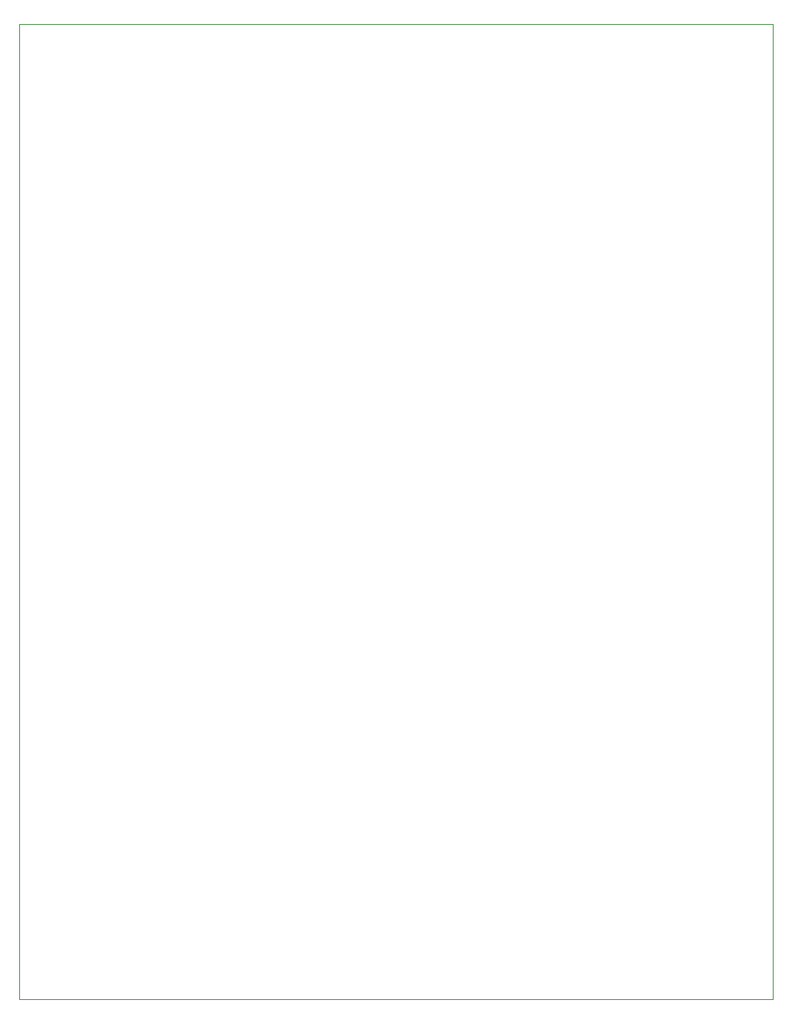
<source format=gbr>
G04 PROTEUS GERBER X2 FILE*
%TF.GenerationSoftware,Labcenter,Proteus,8.15-SP1-Build34318*%
%TF.CreationDate,2023-12-31T19:58:16+00:00*%
%TF.FileFunction,NonPlated,0,1,NPTH*%
%TF.FilePolarity,Positive*%
%TF.Part,Single*%
%TF.SameCoordinates,{e2e6dbda-19b2-4580-b6bd-56b35323d263}*%
%FSLAX45Y45*%
%MOMM*%
G01*
%TA.AperFunction,Profile*%
%ADD71C,0.101600*%
%TD.AperFunction*%
D71*
X-8556680Y-350000D02*
X-593320Y-350000D01*
X-593320Y+9950000D01*
X-8556680Y+9950000D01*
X-8556680Y-350000D01*
M02*

</source>
